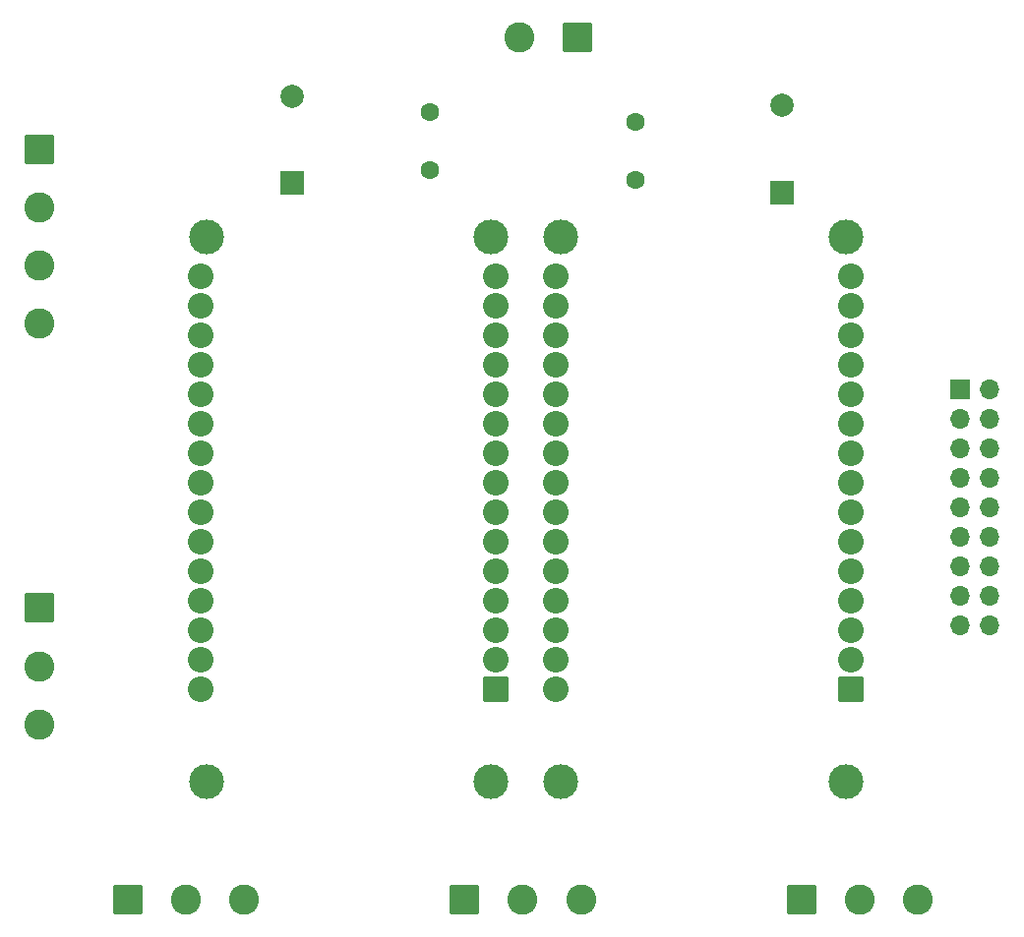
<source format=gbr>
%TF.GenerationSoftware,KiCad,Pcbnew,9.0.0*%
%TF.CreationDate,2025-03-24T12:51:38-05:00*%
%TF.ProjectId,DIIN-proyecto,4449494e-2d70-4726-9f79-6563746f2e6b,rev?*%
%TF.SameCoordinates,Original*%
%TF.FileFunction,Soldermask,Top*%
%TF.FilePolarity,Negative*%
%FSLAX46Y46*%
G04 Gerber Fmt 4.6, Leading zero omitted, Abs format (unit mm)*
G04 Created by KiCad (PCBNEW 9.0.0) date 2025-03-24 12:51:38*
%MOMM*%
%LPD*%
G01*
G04 APERTURE LIST*
G04 Aperture macros list*
%AMRoundRect*
0 Rectangle with rounded corners*
0 $1 Rounding radius*
0 $2 $3 $4 $5 $6 $7 $8 $9 X,Y pos of 4 corners*
0 Add a 4 corners polygon primitive as box body*
4,1,4,$2,$3,$4,$5,$6,$7,$8,$9,$2,$3,0*
0 Add four circle primitives for the rounded corners*
1,1,$1+$1,$2,$3*
1,1,$1+$1,$4,$5*
1,1,$1+$1,$6,$7*
1,1,$1+$1,$8,$9*
0 Add four rect primitives between the rounded corners*
20,1,$1+$1,$2,$3,$4,$5,0*
20,1,$1+$1,$4,$5,$6,$7,0*
20,1,$1+$1,$6,$7,$8,$9,0*
20,1,$1+$1,$8,$9,$2,$3,0*%
G04 Aperture macros list end*
%ADD10R,1.700000X1.700000*%
%ADD11O,1.700000X1.700000*%
%ADD12C,1.600000*%
%ADD13R,2.000000X2.000000*%
%ADD14C,2.000000*%
%ADD15C,3.000000*%
%ADD16RoundRect,0.102000X1.000000X1.000000X-1.000000X1.000000X-1.000000X-1.000000X1.000000X-1.000000X0*%
%ADD17C,2.204000*%
%ADD18RoundRect,0.250000X-1.050000X1.050000X-1.050000X-1.050000X1.050000X-1.050000X1.050000X1.050000X0*%
%ADD19C,2.600000*%
%ADD20RoundRect,0.250000X1.050000X1.050000X-1.050000X1.050000X-1.050000X-1.050000X1.050000X-1.050000X0*%
%ADD21RoundRect,0.250000X-1.050000X-1.050000X1.050000X-1.050000X1.050000X1.050000X-1.050000X1.050000X0*%
G04 APERTURE END LIST*
D10*
%TO.C,J1*%
X186049800Y-89174100D03*
D11*
X188589800Y-89174100D03*
X186049800Y-91714100D03*
X188589800Y-91714100D03*
X186049800Y-94254100D03*
X188589800Y-94254100D03*
X186049800Y-96794100D03*
X188589800Y-96794100D03*
X186049800Y-99334100D03*
X188589800Y-99334100D03*
X186049800Y-101874100D03*
X188589800Y-101874100D03*
X186049800Y-104414100D03*
X188589800Y-104414100D03*
X186049800Y-106954100D03*
X188589800Y-106954100D03*
X186049800Y-109494100D03*
X188589800Y-109494100D03*
%TD*%
D12*
%TO.C,C6*%
X158089800Y-71134100D03*
X158089800Y-66134100D03*
%TD*%
%TO.C,C4*%
X140389800Y-70334100D03*
X140389800Y-65334100D03*
%TD*%
D13*
%TO.C,C3*%
X128552300Y-71451700D03*
D14*
X128552300Y-63951700D03*
%TD*%
D13*
%TO.C,C5*%
X170689800Y-72251700D03*
D14*
X170689800Y-64751700D03*
%TD*%
D15*
%TO.C,U6*%
X176197300Y-123009100D03*
X176197300Y-76059100D03*
X151687300Y-123009100D03*
X151687300Y-76059100D03*
D16*
X176617300Y-115049100D03*
D17*
X176617300Y-112509100D03*
X176617300Y-109969100D03*
X176617300Y-107429100D03*
X176617300Y-104889100D03*
X176617300Y-102349100D03*
X176617300Y-99809100D03*
X176617300Y-97269100D03*
X176617300Y-94729100D03*
X176617300Y-92189100D03*
X176617300Y-89649100D03*
X176617300Y-87109100D03*
X176617300Y-84569100D03*
X176617300Y-82029100D03*
X176617300Y-79489100D03*
X151217300Y-79489100D03*
X151217300Y-82029100D03*
X151217300Y-84569100D03*
X151217300Y-87109100D03*
X151217300Y-89649100D03*
X151217300Y-92189100D03*
X151217300Y-94729100D03*
X151217300Y-97269100D03*
X151217300Y-99809100D03*
X151217300Y-102349100D03*
X151217300Y-104889100D03*
X151217300Y-107429100D03*
X151217300Y-109969100D03*
X151217300Y-112509100D03*
X151217300Y-115049100D03*
%TD*%
D15*
%TO.C,U8*%
X145642300Y-123009100D03*
X145642300Y-76059100D03*
X121132300Y-123009100D03*
X121132300Y-76059100D03*
D16*
X146062300Y-115049100D03*
D17*
X146062300Y-112509100D03*
X146062300Y-109969100D03*
X146062300Y-107429100D03*
X146062300Y-104889100D03*
X146062300Y-102349100D03*
X146062300Y-99809100D03*
X146062300Y-97269100D03*
X146062300Y-94729100D03*
X146062300Y-92189100D03*
X146062300Y-89649100D03*
X146062300Y-87109100D03*
X146062300Y-84569100D03*
X146062300Y-82029100D03*
X146062300Y-79489100D03*
X120662300Y-79489100D03*
X120662300Y-82029100D03*
X120662300Y-84569100D03*
X120662300Y-87109100D03*
X120662300Y-89649100D03*
X120662300Y-92189100D03*
X120662300Y-94729100D03*
X120662300Y-97269100D03*
X120662300Y-99809100D03*
X120662300Y-102349100D03*
X120662300Y-104889100D03*
X120662300Y-107429100D03*
X120662300Y-109969100D03*
X120662300Y-112509100D03*
X120662300Y-115049100D03*
%TD*%
D18*
%TO.C,J14*%
X106789800Y-108034100D03*
D19*
X106789800Y-113034100D03*
X106789800Y-118034100D03*
%TD*%
D20*
%TO.C,J7*%
X153089800Y-58893800D03*
D19*
X148089800Y-58893800D03*
%TD*%
D21*
%TO.C,J11*%
X114389800Y-133134100D03*
D19*
X119389800Y-133134100D03*
X124389800Y-133134100D03*
%TD*%
D18*
%TO.C,J9*%
X106789800Y-68534100D03*
D19*
X106789800Y-73534100D03*
X106789800Y-78534100D03*
X106789800Y-83534100D03*
%TD*%
D21*
%TO.C,J13*%
X143389800Y-133134100D03*
D19*
X148389800Y-133134100D03*
X153389800Y-133134100D03*
%TD*%
D21*
%TO.C,J12*%
X172389800Y-133134100D03*
D19*
X177389800Y-133134100D03*
X182389800Y-133134100D03*
%TD*%
M02*

</source>
